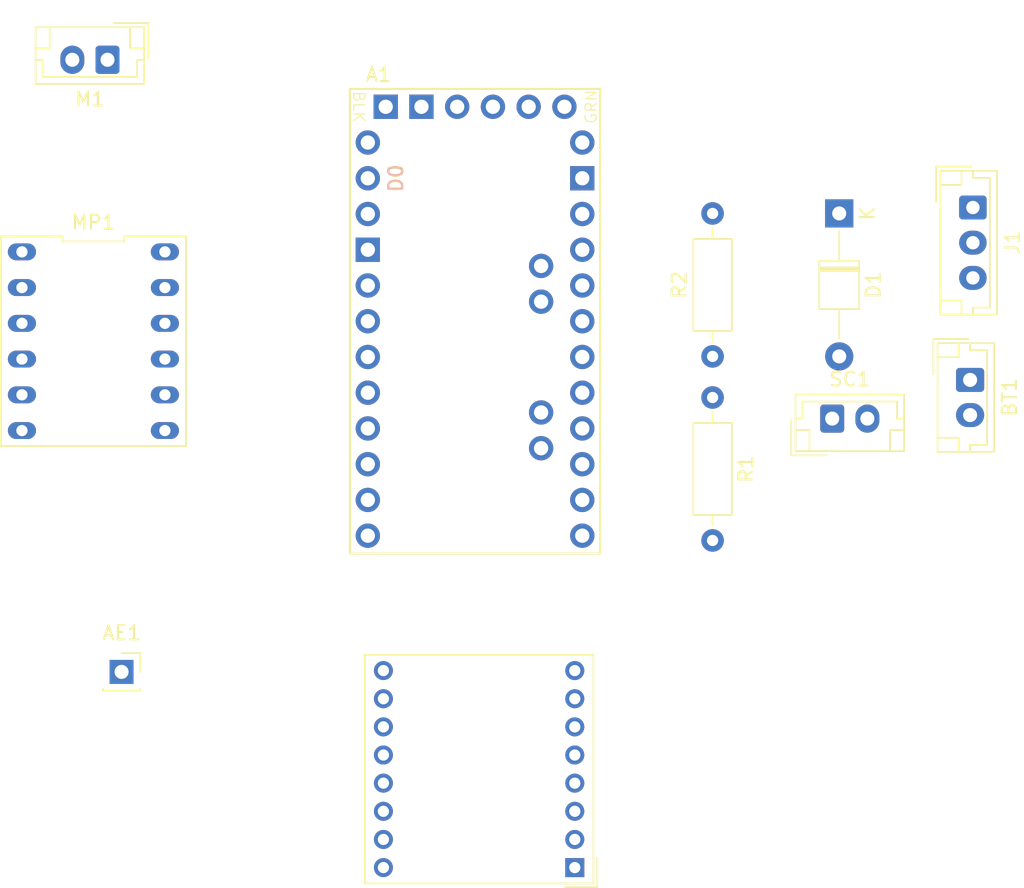
<source format=kicad_pcb>
(kicad_pcb (version 20240108) (generator "pcbnew") (generator_version "8.0")
  (layers (0 "F.Cu" signal) (31 "B.Cu" signal) (34 "B.Paste" user) (35 "F.Paste" user) (36 "B.SilkS" user "B.Silkscreen") (37 "F.SilkS" user "F.Silkscreen") (38 "B.Mask" user) (39 "F.Mask" user) (44 "Edge.Cuts" user))
  (net 0 "")
  (net 1 "Net-(D1-A)")
  (net 2 "GND")
  (net 3 "Net-(A1-PadA0)")
  (net 5 "Net-(A1-D13_SCK)")
  (net 7 "Net-(A1-D3_INT1)")
  (net 10 "Net-(A1-D10_CS)")
  (net 11 "Net-(A1-D2_INT0)")
  (net 12 "Net-(A1-D11_MOSI)")
  (net 16 "Net-(U1-RESET)")
  (net 18 "Net-(A1-D12_MISO)")
  (net 21 "Net-(MP1-IN2)")
  (net 23 "Net-(J1-Pin_2)")
  (net 25 "Net-(J1-Pin_1)")
  (net 31 "+BATT")
  (net 32 "Net-(MP1-nSLEEP_HB)")
  (net 34 "Net-(MP1-IN1)")
  (net 44 "Net-(AE1-A)")
  (net 45 "Net-(M1-+)")
  (net 46 "Net-(M1--)")
  (footprint "Connector_JST:JST_EH_B2B-EH-A_1x02_P2.50mm_Vertical" (layer "F.Cu") (at 71 56.5 180)
    (property "Reference" "M1" (at 1.25 -2.8 360) (layer "F.SilkS"))
    (property "Value" "Motor_DC")
    (pad "1" thru_hole roundrect (at 0 0 180) (size 1.7 2) (drill 1) (layers "*.Cu" "*.Mask" "In1.Cu" "In2.Cu" "In3.Cu" "In4.Cu" "In5.Cu" "In6.Cu" "In7.Cu" "In8.Cu" "In9.Cu" "In10.Cu" "In11.Cu" "In12.Cu" "In13.Cu" "In14.Cu" "In15.Cu" "In16.Cu" "In17.Cu" "In18.Cu" "In19.Cu" "In20.Cu" "In21.Cu" "In22.Cu" "In23.Cu" "In24.Cu" "In25.Cu" "In26.Cu" "In27.Cu" "In28.Cu" "In29.Cu" "In30.Cu") (roundrect_rratio 0.147059) (net 45 "Net-(M1-+)"))
    (pad "2" thru_hole oval (at 2.5 0 180) (size 1.7 2) (drill 1) (layers "*.Cu" "*.Mask" "In1.Cu" "In2.Cu" "In3.Cu" "In4.Cu" "In5.Cu" "In6.Cu" "In7.Cu" "In8.Cu" "In9.Cu" "In10.Cu" "In11.Cu" "In12.Cu" "In13.Cu" "In14.Cu" "In15.Cu" "In16.Cu" "In17.Cu" "In18.Cu" "In19.Cu" "In20.Cu" "In21.Cu" "In22.Cu" "In23.Cu" "In24.Cu" "In25.Cu" "In26.Cu" "In27.Cu" "In28.Cu" "In29.Cu" "In30.Cu") (net 46 "Net-(M1--)"))
  )
  (footprint "Resistor_THT:R_Axial_DIN0207_L6.3mm_D2.5mm_P10.16mm_Horizontal" (layer "F.Cu") (at 114 80.5 -90)
    (property "Reference" "R1" (at 5.08 -2.37 90) (layer "F.SilkS"))
    (property "Value" "R")
    (pad "1" thru_hole circle (at 0 0 270) (size 1.6 1.6) (drill 0.8) (layers "*.Cu" "*.Mask" "In1.Cu" "In2.Cu" "In3.Cu" "In4.Cu" "In5.Cu" "In6.Cu" "In7.Cu" "In8.Cu" "In9.Cu" "In10.Cu" "In11.Cu" "In12.Cu" "In13.Cu" "In14.Cu" "In15.Cu" "In16.Cu" "In17.Cu" "In18.Cu" "In19.Cu" "In20.Cu" "In21.Cu" "In22.Cu" "In23.Cu" "In24.Cu" "In25.Cu" "In26.Cu" "In27.Cu" "In28.Cu" "In29.Cu" "In30.Cu") (net 3 "Net-(A1-PadA0)"))
    (pad "2" thru_hole oval (at 10.16 0 270) (size 1.6 1.6) (drill 0.8) (layers "*.Cu" "*.Mask" "In1.Cu" "In2.Cu" "In3.Cu" "In4.Cu" "In5.Cu" "In6.Cu" "In7.Cu" "In8.Cu" "In9.Cu" "In10.Cu" "In11.Cu" "In12.Cu" "In13.Cu" "In14.Cu" "In15.Cu" "In16.Cu" "In17.Cu" "In18.Cu" "In19.Cu" "In20.Cu" "In21.Cu" "In22.Cu" "In23.Cu" "In24.Cu" "In25.Cu" "In26.Cu" "In27.Cu" "In28.Cu" "In29.Cu" "In30.Cu") (net 2 "GND"))
  )
  (footprint "PCM_arduino-library:Arduino_Pro_Mini_Socket" (layer "F.Cu") (at 97.12 75.08)
    (property "Reference" "A1" (at -6.858 -17.526 0) (layer "F.SilkS"))
    (property "Value" "Arduino_Pro_Mini_Socket")
    (fp_text user "D0" (at -5.715 -10.16 -90) (layer "B.SilkS") (effects (justify mirror)))
    (fp_text user "D0" (at -5.715 -10.16 -90) (layer "F.SilkS"))
    (fp_text user "BLK" (at -8.255 -15.24 -90) (layer "F.SilkS") (effects (font (size 0.8 0.8) (thickness 0.08))))
    (fp_text user "GRN" (at 8.255 -15.24 90) (layer "F.SilkS") (effects (font (size 0.8 0.8) (thickness 0.08))))
    (pad "A0" thru_hole circle (at 7.62 5.08) (size 1.7272 1.7272) (drill 1.016) (layers "*.Cu" "*.Mask" "In1.Cu" "In2.Cu" "In3.Cu" "In4.Cu" "In5.Cu" "In6.Cu" "In7.Cu" "In8.Cu" "In9.Cu" "In10.Cu" "In11.Cu" "In12.Cu" "In13.Cu" "In14.Cu" "In15.Cu" "In16.Cu" "In17.Cu" "In18.Cu" "In19.Cu" "In20.Cu" "In21.Cu" "In22.Cu" "In23.Cu" "In24.Cu" "In25.Cu" "In26.Cu" "In27.Cu" "In28.Cu" "In29.Cu" "In30.Cu") (net 3 "Net-(A1-PadA0)"))
    (pad "A1" thru_hole circle (at 7.62 2.54) (size 1.7272 1.7272) (drill 1.016) (layers "*.Cu" "*.Mask" "In1.Cu" "In2.Cu" "In3.Cu" "In4.Cu" "In5.Cu" "In6.Cu" "In7.Cu" "In8.Cu" "In9.Cu" "In10.Cu" "In11.Cu" "In12.Cu" "In13.Cu" "In14.Cu" "In15.Cu" "In16.Cu" "In17.Cu" "In18.Cu" "In19.Cu" "In20.Cu" "In21.Cu" "In22.Cu" "In23.Cu" "In24.Cu" "In25.Cu" "In26.Cu" "In27.Cu" "In28.Cu" "In29.Cu" "In30.Cu") (net 23 "Net-(J1-Pin_2)"))
    (pad "A2" thru_hole circle (at 7.62 0) (size 1.7272 1.7272) (drill 1.016) (layers "*.Cu" "*.Mask" "In1.Cu" "In2.Cu" "In3.Cu" "In4.Cu" "In5.Cu" "In6.Cu" "In7.Cu" "In8.Cu" "In9.Cu" "In10.Cu" "In11.Cu" "In12.Cu" "In13.Cu" "In14.Cu" "In15.Cu" "In16.Cu" "In17.Cu" "In18.Cu" "In19.Cu" "In20.Cu" "In21.Cu" "In22.Cu" "In23.Cu" "In24.Cu" "In25.Cu" "In26.Cu" "In27.Cu" "In28.Cu" "In29.Cu" "In30.Cu"))
    (pad "A3" thru_hole circle (at 7.62 -2.54) (size 1.7272 1.7272) (drill 1.016) (layers "*.Cu" "*.Mask" "In1.Cu" "In2.Cu" "In3.Cu" "In4.Cu" "In5.Cu" "In6.Cu" "In7.Cu" "In8.Cu" "In9.Cu" "In10.Cu" "In11.Cu" "In12.Cu" "In13.Cu" "In14.Cu" "In15.Cu" "In16.Cu" "In17.Cu" "In18.Cu" "In19.Cu" "In20.Cu" "In21.Cu" "In22.Cu" "In23.Cu" "In24.Cu" "In25.Cu" "In26.Cu" "In27.Cu" "In28.Cu" "In29.Cu" "In30.Cu"))
    (pad "A4" thru_hole circle (at 4.6941 -1.3894) (size 1.7272 1.7272) (drill 1.016) (layers "*.Cu" "*.Mask" "In1.Cu" "In2.Cu" "In3.Cu" "In4.Cu" "In5.Cu" "In6.Cu" "In7.Cu" "In8.Cu" "In9.Cu" "In10.Cu" "In11.Cu" "In12.Cu" "In13.Cu" "In14.Cu" "In15.Cu" "In16.Cu" "In17.Cu" "In18.Cu" "In19.Cu" "In20.Cu" "In21.Cu" "In22.Cu" "In23.Cu" "In24.Cu" "In25.Cu" "In26.Cu" "In27.Cu" "In28.Cu" "In29.Cu" "In30.Cu"))
    (pad "A5" thru_hole circle (at 4.6941 -3.9294) (size 1.7272 1.7272) (drill 1.016) (layers "*.Cu" "*.Mask" "In1.Cu" "In2.Cu" "In3.Cu" "In4.Cu" "In5.Cu" "In6.Cu" "In7.Cu" "In8.Cu" "In9.Cu" "In10.Cu" "In11.Cu" "In12.Cu" "In13.Cu" "In14.Cu" "In15.Cu" "In16.Cu" "In17.Cu" "In18.Cu" "In19.Cu" "In20.Cu" "In21.Cu" "In22.Cu" "In23.Cu" "In24.Cu" "In25.Cu" "In26.Cu" "In27.Cu" "In28.Cu" "In29.Cu" "In30.Cu"))
    (pad "A6" thru_hole circle (at 4.6941 9.0246) (size 1.7272 1.7272) (drill 1.016) (layers "*.Cu" "*.Mask" "In1.Cu" "In2.Cu" "In3.Cu" "In4.Cu" "In5.Cu" "In6.Cu" "In7.Cu" "In8.Cu" "In9.Cu" "In10.Cu" "In11.Cu" "In12.Cu" "In13.Cu" "In14.Cu" "In15.Cu" "In16.Cu" "In17.Cu" "In18.Cu" "In19.Cu" "In20.Cu" "In21.Cu" "In22.Cu" "In23.Cu" "In24.Cu" "In25.Cu" "In26.Cu" "In27.Cu" "In28.Cu" "In29.Cu" "In30.Cu"))
    (pad "A7" thru_hole circle (at 4.6941 6.484) (size 1.7272 1.7272) (drill 1.016) (layers "*.Cu" "*.Mask" "In1.Cu" "In2.Cu" "In3.Cu" "In4.Cu" "In5.Cu" "In6.Cu" "In7.Cu" "In8.Cu" "In9.Cu" "In10.Cu" "In11.Cu" "In12.Cu" "In13.Cu" "In14.Cu" "In15.Cu" "In16.Cu" "In17.Cu" "In18.Cu" "In19.Cu" "In20.Cu" "In21.Cu" "In22.Cu" "In23.Cu" "In24.Cu" "In25.Cu" "In26.Cu" "In27.Cu" "In28.Cu" "In29.Cu" "In30.Cu"))
    (pad "D0" thru_hole circle (at -7.62 -10.16) (size 1.7272 1.7272) (drill 1.016) (layers "*.Cu" "*.Mask" "In1.Cu" "In2.Cu" "In3.Cu" "In4.Cu" "In5.Cu" "In6.Cu" "In7.Cu" "In8.Cu" "In9.Cu" "In10.Cu" "In11.Cu" "In12.Cu" "In13.Cu" "In14.Cu" "In15.Cu" "In16.Cu" "In17.Cu" "In18.Cu" "In19.Cu" "In20.Cu" "In21.Cu" "In22.Cu" "In23.Cu" "In24.Cu" "In25.Cu" "In26.Cu" "In27.Cu" "In28.Cu" "In29.Cu" "In30.Cu"))
    (pad "D1" thru_hole circle (at -7.62 -12.7) (size 1.7272 1.7272) (drill 1.016) (layers "*.Cu" "*.Mask" "In1.Cu" "In2.Cu" "In3.Cu" "In4.Cu" "In5.Cu" "In6.Cu" "In7.Cu" "In8.Cu" "In9.Cu" "In10.Cu" "In11.Cu" "In12.Cu" "In13.Cu" "In14.Cu" "In15.Cu" "In16.Cu" "In17.Cu" "In18.Cu" "In19.Cu" "In20.Cu" "In21.Cu" "In22.Cu" "In23.Cu" "In24.Cu" "In25.Cu" "In26.Cu" "In27.Cu" "In28.Cu" "In29.Cu" "In30.Cu"))
    (pad "D2" thru_hole circle (at -7.62 -2.54) (size 1.7272 1.7272) (drill 1.016) (layers "*.Cu" "*.Mask" "In1.Cu" "In2.Cu" "In3.Cu" "In4.Cu" "In5.Cu" "In6.Cu" "In7.Cu" "In8.Cu" "In9.Cu" "In10.Cu" "In11.Cu" "In12.Cu" "In13.Cu" "In14.Cu" "In15.Cu" "In16.Cu" "In17.Cu" "In18.Cu" "In19.Cu" "In20.Cu" "In21.Cu" "In22.Cu" "In23.Cu" "In24.Cu" "In25.Cu" "In26.Cu" "In27.Cu" "In28.Cu" "In29.Cu" "In30.Cu") (net 11 "Net-(A1-D2_INT0)"))
    (pad "D3" thru_hole circle (at -7.62 0) (size 1.7272 1.7272) (drill 1.016) (layers "*.Cu" "*.Mask" "In1.Cu" "In2.Cu" "In3.Cu" "In4.Cu" "In5.Cu" "In6.Cu" "In7.Cu" "In8.Cu" "In9.Cu" "In10.Cu" "In11.Cu" "In12.Cu" "In13.Cu" "In14.Cu" "In15.Cu" "In16.Cu" "In17.Cu" "In18.Cu" "In19.Cu" "In20.Cu" "In21.Cu" "In22.Cu" "In23.Cu" "In24.Cu" "In25.Cu" "In26.Cu" "In27.Cu" "In28.Cu" "In29.Cu" "In30.Cu") (net 7 "Net-(A1-D3_INT1)"))
    (pad "D4" thru_hole circle (at -7.62 2.54) (size 1.7272 1.7272) (drill 1.016) (layers "*.Cu" "*.Mask" "In1.Cu" "In2.Cu" "In3.Cu" "In4.Cu" "In5.Cu" "In6.Cu" "In7.Cu" "In8.Cu" "In9.Cu" "In10.Cu" "In11.Cu" "In12.Cu" "In13.Cu" "In14.Cu" "In15.Cu" "In16.Cu" "In17.Cu" "In18.Cu" "In19.Cu" "In20.Cu" "In21.Cu" "In22.Cu" "In23.Cu" "In24.Cu" "In25.Cu" "In26.Cu" "In27.Cu" "In28.Cu" "In29.Cu" "In30.Cu") (net 32 "Net-(MP1-nSLEEP_HB)"))
    (pad "D5" thru_hole circle (at -7.62 5.08) (size 1.7272 1.7272) (drill 1.016) (layers "*.Cu" "*.Mask" "In1.Cu" "In2.Cu" "In3.Cu" "In4.Cu" "In5.Cu" "In6.Cu" "In7.Cu" "In8.Cu" "In9.Cu" "In10.Cu" "In11.Cu" "In12.Cu" "In13.Cu" "In14.Cu" "In15.Cu" "In16.Cu" "In17.Cu" "In18.Cu" "In19.Cu" "In20.Cu" "In21.Cu" "In22.Cu" "In23.Cu" "In24.Cu" "In25.Cu" "In26.Cu" "In27.Cu" "In28.Cu" "In29.Cu" "In30.Cu") (net 34 "Net-(MP1-IN1)"))
    (pad "D6" thru_hole circle (at -7.62 7.62) (size 1.7272 1.7272) (drill 1.016) (layers "*.Cu" "*.Mask" "In1.Cu" "In2.Cu" "In3.Cu" "In4.Cu" "In5.Cu" "In6.Cu" "In7.Cu" "In8.Cu" "In9.Cu" "In10.Cu" "In11.Cu" "In12.Cu" "In13.Cu" "In14.Cu" "In15.Cu" "In16.Cu" "In17.Cu" "In18.Cu" "In19.Cu" "In20.Cu" "In21.Cu" "In22.Cu" "In23.Cu" "In24.Cu" "In25.Cu" "In26.Cu" "In27.Cu" "In28.Cu" "In29.Cu" "In30.Cu") (net 21 "Net-(MP1-IN2)"))
    (pad "D7" thru_hole circle (at -7.62 10.16) (size 1.7272 1.7272) (drill 1.016) (layers "*.Cu" "*.Mask" "In1.Cu" "In2.Cu" "In3.Cu" "In4.Cu" "In5.Cu" "In6.Cu" "In7.Cu" "In8.Cu" "In9.Cu" "In10.Cu" "In11.Cu" "In12.Cu" "In13.Cu" "In14.Cu" "In15.Cu" "In16.Cu" "In17.Cu" "In18.Cu" "In19.Cu" "In20.Cu" "In21.Cu" "In22.Cu" "In23.Cu" "In24.Cu" "In25.Cu" "In26.Cu" "In27.Cu" "In28.Cu" "In29.Cu" "In30.Cu"))
    (pad "D8" thru_hole circle (at -7.62 12.7) (size 1.7272 1.7272) (drill 1.016) (layers "*.Cu" "*.Mask" "In1.Cu" "In2.Cu" "In3.Cu" "In4.Cu" "In5.Cu" "In6.Cu" "In7.Cu" "In8.Cu" "In9.Cu" "In10.Cu" "In11.Cu" "In12.Cu" "In13.Cu" "In14.Cu" "In15.Cu" "In16.Cu" "In17.Cu" "In18.Cu" "In19.Cu" "In20.Cu" "In21.Cu" "In22.Cu" "In23.Cu" "In24.Cu" "In25.Cu" "In26.Cu" "In27.Cu" "In28.Cu" "In29.Cu" "In30.Cu"))
    (pad "D9" thru_hole circle (at -7.62 15.24) (size 1.7272 1.7272) (drill 1.016) (layers "*.Cu" "*.Mask" "In1.Cu" "In2.Cu" "In3.Cu" "In4.Cu" "In5.Cu" "In6.Cu" "In7.Cu" "In8.Cu" "In9.Cu" "In10.Cu" "In11.Cu" "In12.Cu" "In13.Cu" "In14.Cu" "In15.Cu" "In16.Cu" "In17.Cu" "In18.Cu" "In19.Cu" "In20.Cu" "In21.Cu" "In22.Cu" "In23.Cu" "In24.Cu" "In25.Cu" "In26.Cu" "In27.Cu" "In28.Cu" "In29.Cu" "In30.Cu") (net 16 "Net-(U1-RESET)"))
    (pad "D10" thru_hole circle (at 7.62 15.24) (size 1.7272 1.7272) (drill 1.016) (layers "*.Cu" "*.Mask" "In1.Cu" "In2.Cu" "In3.Cu" "In4.Cu" "In5.Cu" "In6.Cu" "In7.Cu" "In8.Cu" "In9.Cu" "In10.Cu" "In11.Cu" "In12.Cu" "In13.Cu" "In14.Cu" "In15.Cu" "In16.Cu" "In17.Cu" "In18.Cu" "In19.Cu" "In20.Cu" "In21.Cu" "In22.Cu" "In23.Cu" "In24.Cu" "In25.Cu" "In26.Cu" "In27.Cu" "In28.Cu" "In29.Cu" "In30.Cu") (net 10 "Net-(A1-D10_CS)"))
    (pad "D11" thru_hole circle (at 7.62 12.7) (size 1.7272 1.7272) (drill 1.016) (layers "*.Cu" "*.Mask" "In1.Cu" "In2.Cu" "In3.Cu" "In4.Cu" "In5.Cu" "In6.Cu" "In7.Cu" "In8.Cu" "In9.Cu" "In10.Cu" "In11.Cu" "In12.Cu" "In13.Cu" "In14.Cu" "In15.Cu" "In16.Cu" "In17.Cu" "In18.Cu" "In19.Cu" "In20.Cu" "In21.Cu" "In22.Cu" "In23.Cu" "In24.Cu" "In25.Cu" "In26.Cu" "In27.Cu" "In28.Cu" "In29.Cu" "In30.Cu") (net 12 "Net-(A1-D11_MOSI)"))
    (pad "D12" thru_hole circle (at 7.62 10.16) (size 1.7272 1.7272) (drill 1.016) (layers "*.Cu" "*.Mask" "In1.Cu" "In2.Cu" "In3.Cu" "In4.Cu" "In5.Cu" "In6.Cu" "In7.Cu" "In8.Cu" "In9.Cu" "In10.Cu" "In11.Cu" "In12.Cu" "In13.Cu" "In14.Cu" "In15.Cu" "In16.Cu" "In17.Cu" "In18.Cu" "In19.Cu" "In20.Cu" "In21.Cu" "In22.Cu" "In23.Cu" "In24.Cu" "In25.Cu" "In26.Cu" "In27.Cu" "In28.Cu" "In29.Cu" "In30.Cu") (net 18 "Net-(A1-D12_MISO)"))
    (pad "D13" thru_hole circle (at 7.62 7.62) (size 1.7272 1.7272) (drill 1.016) (layers "*.Cu" "*.Mask" "In1.Cu" "In2.Cu" "In3.Cu" "In4.Cu" "In5.Cu" "In6.Cu" "In7.Cu" "In8.Cu" "In9.Cu" "In10.Cu" "In11.Cu" "In12.Cu" "In13.Cu" "In14.Cu" "In15.Cu" "In16.Cu" "In17.Cu" "In18.Cu" "In19.Cu" "In20.Cu" "In21.Cu" "In22.Cu" "In23.Cu" "In24.Cu" "In25.Cu" "In26.Cu" "In27.Cu" "In28.Cu" "In29.Cu" "In30.Cu") (net 5 "Net-(A1-D13_SCK)"))
    (pad "DTR" thru_hole circle (at 6.35 -15.24) (size 1.7272 1.7272) (drill 1.016) (layers "*.Cu" "*.Mask" "In1.Cu" "In2.Cu" "In3.Cu" "In4.Cu" "In5.Cu" "In6.Cu" "In7.Cu" "In8.Cu" "In9.Cu" "In10.Cu" "In11.Cu" "In12.Cu" "In13.Cu" "In14.Cu" "In15.Cu" "In16.Cu" "In17.Cu" "In18.Cu" "In19.Cu" "In20.Cu" "In21.Cu" "In22.Cu" "In23.Cu" "In24.Cu" "In25.Cu" "In26.Cu" "In27.Cu" "In28.Cu" "In29.Cu" "In30.Cu"))
    (pad "GND1" thru_hole rect (at -7.62 -5.08) (size 1.7272 1.7272) (drill 1.016) (layers "*.Cu" "*.Mask" "In1.Cu" "In2.Cu" "In3.Cu" "In4.Cu" "In5.Cu" "In6.Cu" "In7.Cu" "In8.Cu" "In9.Cu" "In10.Cu" "In11.Cu" "In12.Cu" "In13.Cu" "In14.Cu" "In15.Cu" "In16.Cu" "In17.Cu" "In18.Cu" "In19.Cu" "In20.Cu" "In21.Cu" "In22.Cu" "In23.Cu" "In24.Cu" "In25.Cu" "In26.Cu" "In27.Cu" "In28.Cu" "In29.Cu" "In30.Cu") (net 2 "GND"))
    (pad "GND2" thru_hole rect (at 7.62 -10.16) (size 1.7272 1.7272) (drill 1.016) (layers "*.Cu" "*.Mask" "In1.Cu" "In2.Cu" "In3.Cu" "In4.Cu" "In5.Cu" "In6.Cu" "In7.Cu" "In8.Cu" "In9.Cu" "In10.Cu" "In11.Cu" "In12.Cu" "In13.Cu" "In14.Cu" "In15.Cu" "In16.Cu" "In17.Cu" "In18.Cu" "In19.Cu" "In20.Cu" "In21.Cu" "In22.Cu" "In23.Cu" "In24.Cu" "In25.Cu" "In26.Cu" "In27.Cu" "In28.Cu" "In29.Cu" "In30.Cu"))
    (pad "GND4" thru_hole rect (at -3.81 -15.24) (size 1.7272 1.7272) (drill 1.016) (layers "*.Cu" "*.Mask" "In1.Cu" "In2.Cu" "In3.Cu" "In4.Cu" "In5.Cu" "In6.Cu" "In7.Cu" "In8.Cu" "In9.Cu" "In10.Cu" "In11.Cu" "In12.Cu" "In13.Cu" "In14.Cu" "In15.Cu" "In16.Cu" "In17.Cu" "In18.Cu" "In19.Cu" "In20.Cu" "In21.Cu" "In22.Cu" "In23.Cu" "In24.Cu" "In25.Cu" "In26.Cu" "In27.Cu" "In28.Cu" "In29.Cu" "In30.Cu"))
    (pad "GND5" thru_hole rect (at -6.35 -15.24) (size 1.7272 1.7272) (drill 1.016) (layers "*.Cu" "*.Mask" "In1.Cu" "In2.Cu" "In3.Cu" "In4.Cu" "In5.Cu" "In6.Cu" "In7.Cu" "In8.Cu" "In9.Cu" "In10.Cu" "In11.Cu" "In12.Cu" "In13.Cu" "In14.Cu" "In15.Cu" "In16.Cu" "In17.Cu" "In18.Cu" "In19.Cu" "In20.Cu" "In21.Cu" "In22.Cu" "In23.Cu" "In24.Cu" "In25.Cu" "In26.Cu" "In27.Cu" "In28.Cu" "In29.Cu" "In30.Cu"))
    (pad "RAW" thru_hole circle (at 7.62 -12.7) (size 1.7272 1.7272) (drill 1.016) (layers "*.Cu" "*.Mask" "In1.Cu" "In2.Cu" "In3.Cu" "In4.Cu" "In5.Cu" "In6.Cu" "In7.Cu" "In8.Cu" "In9.Cu" "In10.Cu" "In11.Cu" "In12.Cu" "In13.Cu" "In14.Cu" "In15.Cu" "In16.Cu" "In17.Cu" "In18.Cu" "In19.Cu" "In20.Cu" "In21.Cu" "In22.Cu" "In23.Cu" "In24.Cu" "In25.Cu" "In26.Cu" "In27.Cu" "In28.Cu" "In29.Cu" "In30.Cu") (net 31 "+BATT"))
    (pad "RST1" thru_hole circle (at -7.62 -7.62) (size 1.7272 1.7272) (drill 1.016) (layers "*.Cu" "*.Mask" "In1.Cu" "In2.Cu" "In3.Cu" "In4.Cu" "In5.Cu" "In6.Cu" "In7.Cu" "In8.Cu" "In9.Cu" "In10.Cu" "In11.Cu" "In12.Cu" "In13.Cu" "In14.Cu" "In15.Cu" "In16.Cu" "In17.Cu" "In18.Cu" "In19.Cu" "In20.Cu" "In21.Cu" "In22.Cu" "In23.Cu" "In24.Cu" "In25.Cu" "In26.Cu" "In27.Cu" "In28.Cu" "In29.Cu" "In30.Cu"))
    (pad "RST2" thru_hole circle (at 7.62 -7.62) (size 1.7272 1.7272) (drill 1.016) (layers "*.Cu" "*.Mask" "In1.Cu" "In2.Cu" "In3.Cu" "In4.Cu" "In5.Cu" "In6.Cu" "In7.Cu" "In8.Cu" "In9.Cu" "In10.Cu" "In11.Cu" "In12.Cu" "In13.Cu" "In14.Cu" "In15.Cu" "In16.Cu" "In17.Cu" "In18.Cu" "In19.Cu" "In20.Cu" "In21.Cu" "In22.Cu" "In23.Cu" "In24.Cu" "In25.Cu" "In26.Cu" "In27.Cu" "In28.Cu" "In29.Cu" "In30.Cu"))
    (pad "RXI" thru_hole circle (at 1.27 -15.24) (size 1.7272 1.7272) (drill 1.016) (layers "*.Cu" "*.Mask" "In1.Cu" "In2.Cu" "In3.Cu" "In4.Cu" "In5.Cu" "In6.Cu" "In7.Cu" "In8.Cu" "In9.Cu" "In10.Cu" "In11.Cu" "In12.Cu" "In13.Cu" "In14.Cu" "In15.Cu" "In16.Cu" "In17.Cu" "In18.Cu" "In19.Cu" "In20.Cu" "In21.Cu" "In22.Cu" "In23.Cu" "In24.Cu" "In25.Cu" "In26.Cu" "In27.Cu" "In28.Cu" "In29.Cu" "In30.Cu"))
    (pad "TXO" thru_hole circle (at 3.81 -15.24) (size 1.7272 1.7272) (drill 1.016) (layers "*.Cu" "*.Mask" "In1.Cu" "In2.Cu" "In3.Cu" "In4.Cu" "In5.Cu" "In6.Cu" "In7.Cu" "In8.Cu" "In9.Cu" "In10.Cu" "In11.Cu" "In12.Cu" "In13.Cu" "In14.Cu" "In15.Cu" "In16.Cu" "In17.Cu" "In18.Cu" "In19.Cu" "In20.Cu" "In21.Cu" "In22.Cu" "In23.Cu" "In24.Cu" "In25.Cu" "In26.Cu" "In27.Cu" "In28.Cu" "In29.Cu" "In30.Cu"))
    (pad "Vcc1" thru_hole circle (at 7.62 -5.08) (size 1.7272 1.7272) (drill 1.016) (layers "*.Cu" "*.Mask" "In1.Cu" "In2.Cu" "In3.Cu" "In4.Cu" "In5.Cu" "In6.Cu" "In7.Cu" "In8.Cu" "In9.Cu" "In10.Cu" "In11.Cu" "In12.Cu" "In13.Cu" "In14.Cu" "In15.Cu" "In16.Cu" "In17.Cu" "In18.Cu" "In19.Cu" "In20.Cu" "In21.Cu" "In22.Cu" "In23.Cu" "In24.Cu" "In25.Cu" "In26.Cu" "In27.Cu" "In28.Cu" "In29.Cu" "In30.Cu") (net 25 "Net-(J1-Pin_1)"))
    (pad "Vcc2" thru_hole circle (at -1.27 -15.24) (size 1.7272 1.7272) (drill 1.016) (layers "*.Cu" "*.Mask" "In1.Cu" "In2.Cu" "In3.Cu" "In4.Cu" "In5.Cu" "In6.Cu" "In7.Cu" "In8.Cu" "In9.Cu" "In10.Cu" "In11.Cu" "In12.Cu" "In13.Cu" "In14.Cu" "In15.Cu" "In16.Cu" "In17.Cu" "In18.Cu" "In19.Cu" "In20.Cu" "In21.Cu" "In22.Cu" "In23.Cu" "In24.Cu" "In25.Cu" "In26.Cu" "In27.Cu" "In28.Cu" "In29.Cu" "In30.Cu"))
  )
  (footprint "Connector_JST:JST_EH_B3B-EH-A_1x03_P2.50mm_Vertical" (layer "F.Cu") (at 132.5 67 -90)
    (property "Reference" "J1" (at 2.5 -2.8 90) (layer "F.SilkS"))
    (property "Value" "Moisture sensor")
    (pad "1" thru_hole roundrect (at 0 0 270) (size 1.7 1.95) (drill 0.95) (layers "*.Cu" "*.Mask" "In1.Cu" "In2.Cu" "In3.Cu" "In4.Cu" "In5.Cu" "In6.Cu" "In7.Cu" "In8.Cu" "In9.Cu" "In10.Cu" "In11.Cu" "In12.Cu" "In13.Cu" "In14.Cu" "In15.Cu" "In16.Cu" "In17.Cu" "In18.Cu" "In19.Cu" "In20.Cu" "In21.Cu" "In22.Cu" "In23.Cu" "In24.Cu" "In25.Cu" "In26.Cu" "In27.Cu" "In28.Cu" "In29.Cu" "In30.Cu") (roundrect_rratio 0.147059) (net 25 "Net-(J1-Pin_1)"))
    (pad "2" thru_hole oval (at 2.5 0 270) (size 1.7 1.95) (drill 0.95) (layers "*.Cu" "*.Mask" "In1.Cu" "In2.Cu" "In3.Cu" "In4.Cu" "In5.Cu" "In6.Cu" "In7.Cu" "In8.Cu" "In9.Cu" "In10.Cu" "In11.Cu" "In12.Cu" "In13.Cu" "In14.Cu" "In15.Cu" "In16.Cu" "In17.Cu" "In18.Cu" "In19.Cu" "In20.Cu" "In21.Cu" "In22.Cu" "In23.Cu" "In24.Cu" "In25.Cu" "In26.Cu" "In27.Cu" "In28.Cu" "In29.Cu" "In30.Cu") (net 23 "Net-(J1-Pin_2)"))
    (pad "3" thru_hole oval (at 5 0 270) (size 1.7 1.95) (drill 0.95) (layers "*.Cu" "*.Mask" "In1.Cu" "In2.Cu" "In3.Cu" "In4.Cu" "In5.Cu" "In6.Cu" "In7.Cu" "In8.Cu" "In9.Cu" "In10.Cu" "In11.Cu" "In12.Cu" "In13.Cu" "In14.Cu" "In15.Cu" "In16.Cu" "In17.Cu" "In18.Cu" "In19.Cu" "In20.Cu" "In21.Cu" "In22.Cu" "In23.Cu" "In24.Cu" "In25.Cu" "In26.Cu" "In27.Cu" "In28.Cu" "In29.Cu" "In30.Cu") (net 2 "GND"))
  )
  (footprint "Resistor_THT:R_Axial_DIN0207_L6.3mm_D2.5mm_P10.16mm_Horizontal" (layer "F.Cu") (at 114 77.58 90)
    (property "Reference" "R2" (at 5.08 -2.37 90) (layer "F.SilkS"))
    (property "Value" "R")
    (pad "1" thru_hole circle (at 0 0 90) (size 1.6 1.6) (drill 0.8) (layers "*.Cu" "*.Mask" "In1.Cu" "In2.Cu" "In3.Cu" "In4.Cu" "In5.Cu" "In6.Cu" "In7.Cu" "In8.Cu" "In9.Cu" "In10.Cu" "In11.Cu" "In12.Cu" "In13.Cu" "In14.Cu" "In15.Cu" "In16.Cu" "In17.Cu" "In18.Cu" "In19.Cu" "In20.Cu" "In21.Cu" "In22.Cu" "In23.Cu" "In24.Cu" "In25.Cu" "In26.Cu" "In27.Cu" "In28.Cu" "In29.Cu" "In30.Cu") (net 3 "Net-(A1-PadA0)"))
    (pad "2" thru_hole oval (at 10.16 0 90) (size 1.6 1.6) (drill 0.8) (layers "*.Cu" "*.Mask" "In1.Cu" "In2.Cu" "In3.Cu" "In4.Cu" "In5.Cu" "In6.Cu" "In7.Cu" "In8.Cu" "In9.Cu" "In10.Cu" "In11.Cu" "In12.Cu" "In13.Cu" "In14.Cu" "In15.Cu" "In16.Cu" "In17.Cu" "In18.Cu" "In19.Cu" "In20.Cu" "In21.Cu" "In22.Cu" "In23.Cu" "In24.Cu" "In25.Cu" "In26.Cu" "In27.Cu" "In28.Cu" "In29.Cu" "In30.Cu") (net 31 "+BATT"))
  )
  (footprint "Connector_JST:JST_EH_B2B-EH-A_1x02_P2.50mm_Vertical" (layer "F.Cu") (at 122.5 82)
    (property "Reference" "SC1" (at 1.25 -2.8 0) (layer "F.SilkS"))
    (property "Value" "Solar_Cell")
    (pad "1" thru_hole roundrect (at 0 0) (size 1.7 2) (drill 1) (layers "*.Cu" "*.Mask" "In1.Cu" "In2.Cu" "In3.Cu" "In4.Cu" "In5.Cu" "In6.Cu" "In7.Cu" "In8.Cu" "In9.Cu" "In10.Cu" "In11.Cu" "In12.Cu" "In13.Cu" "In14.Cu" "In15.Cu" "In16.Cu" "In17.Cu" "In18.Cu" "In19.Cu" "In20.Cu" "In21.Cu" "In22.Cu" "In23.Cu" "In24.Cu" "In25.Cu" "In26.Cu" "In27.Cu" "In28.Cu" "In29.Cu" "In30.Cu") (roundrect_rratio 0.147059) (net 1 "Net-(D1-A)"))
    (pad "2" thru_hole oval (at 2.5 0) (size 1.7 2) (drill 1) (layers "*.Cu" "*.Mask" "In1.Cu" "In2.Cu" "In3.Cu" "In4.Cu" "In5.Cu" "In6.Cu" "In7.Cu" "In8.Cu" "In9.Cu" "In10.Cu" "In11.Cu" "In12.Cu" "In13.Cu" "In14.Cu" "In15.Cu" "In16.Cu" "In17.Cu" "In18.Cu" "In19.Cu" "In20.Cu" "In21.Cu" "In22.Cu" "In23.Cu" "In24.Cu" "In25.Cu" "In26.Cu" "In27.Cu" "In28.Cu" "In29.Cu" "In30.Cu") (net 2 "GND"))
  )
  (footprint "RF_Module:HOPERF_RFM9XW_THT" (layer "F.Cu") (at 104.2075 113.9075 180)
    (property "Reference" "U1" (hide yes))
    (property "Value" "RFM95W-868S2")
    (pad "1" thru_hole rect (at 0 0 180) (size 1.35 1.35) (drill 0.8) (layers "*.Cu" "*.Mask" "In1.Cu" "In2.Cu" "In3.Cu" "In4.Cu" "In5.Cu" "In6.Cu" "In7.Cu" "In8.Cu" "In9.Cu" "In10.Cu" "In11.Cu" "In12.Cu" "In13.Cu" "In14.Cu" "In15.Cu" "In16.Cu" "In17.Cu" "In18.Cu" "In19.Cu" "In20.Cu" "In21.Cu" "In22.Cu" "In23.Cu" "In24.Cu" "In25.Cu" "In26.Cu" "In27.Cu" "In28.Cu" "In29.Cu" "In30.Cu"))
    (pad "2" thru_hole circle (at 0 2 180) (size 1.35 1.35) (drill 0.8) (layers "*.Cu" "*.Mask" "In1.Cu" "In2.Cu" "In3.Cu" "In4.Cu" "In5.Cu" "In6.Cu" "In7.Cu" "In8.Cu" "In9.Cu" "In10.Cu" "In11.Cu" "In12.Cu" "In13.Cu" "In14.Cu" "In15.Cu" "In16.Cu" "In17.Cu" "In18.Cu" "In19.Cu" "In20.Cu" "In21.Cu" "In22.Cu" "In23.Cu" "In24.Cu" "In25.Cu" "In26.Cu" "In27.Cu" "In28.Cu" "In29.Cu" "In30.Cu") (net 18 "Net-(A1-D12_MISO)"))
    (pad "3" thru_hole circle (at 0 4 180) (size 1.35 1.35) (drill 0.8) (layers "*.Cu" "*.Mask" "In1.Cu" "In2.Cu" "In3.Cu" "In4.Cu" "In5.Cu" "In6.Cu" "In7.Cu" "In8.Cu" "In9.Cu" "In10.Cu" "In11.Cu" "In12.Cu" "In13.Cu" "In14.Cu" "In15.Cu" "In16.Cu" "In17.Cu" "In18.Cu" "In19.Cu" "In20.Cu" "In21.Cu" "In22.Cu" "In23.Cu" "In24.Cu" "In25.Cu" "In26.Cu" "In27.Cu" "In28.Cu" "In29.Cu" "In30.Cu") (net 12 "Net-(A1-D11_MOSI)"))
    (pad "4" thru_hole circle (at 0 6 180) (size 1.35 1.35) (drill 0.8) (layers "*.Cu" "*.Mask" "In1.Cu" "In2.Cu" "In3.Cu" "In4.Cu" "In5.Cu" "In6.Cu" "In7.Cu" "In8.Cu" "In9.Cu" "In10.Cu" "In11.Cu" "In12.Cu" "In13.Cu" "In14.Cu" "In15.Cu" "In16.Cu" "In17.Cu" "In18.Cu" "In19.Cu" "In20.Cu" "In21.Cu" "In22.Cu" "In23.Cu" "In24.Cu" "In25.Cu" "In26.Cu" "In27.Cu" "In28.Cu" "In29.Cu" "In30.Cu") (net 5 "Net-(A1-D13_SCK)"))
    (pad "5" thru_hole circle (at 0 8 180) (size 1.35 1.35) (drill 0.8) (layers "*.Cu" "*.Mask" "In1.Cu" "In2.Cu" "In3.Cu" "In4.Cu" "In5.Cu" "In6.Cu" "In7.Cu" "In8.Cu" "In9.Cu" "In10.Cu" "In11.Cu" "In12.Cu" "In13.Cu" "In14.Cu" "In15.Cu" "In16.Cu" "In17.Cu" "In18.Cu" "In19.Cu" "In20.Cu" "In21.Cu" "In22.Cu" "In23.Cu" "In24.Cu" "In25.Cu" "In26.Cu" "In27.Cu" "In28.Cu" "In29.Cu" "In30.Cu") (net 10 "Net-(A1-D10_CS)"))
    (pad "6" thru_hole circle (at 0 10 180) (size 1.35 1.35) (drill 0.8) (layers "*.Cu" "*.Mask" "In1.Cu" "In2.Cu" "In3.Cu" "In4.Cu" "In5.Cu" "In6.Cu" "In7.Cu" "In8.Cu" "In9.Cu" "In10.Cu" "In11.Cu" "In12.Cu" "In13.Cu" "In14.Cu" "In15.Cu" "In16.Cu" "In17.Cu" "In18.Cu" "In19.Cu" "In20.Cu" "In21.Cu" "In22.Cu" "In23.Cu" "In24.Cu" "In25.Cu" "In26.Cu" "In27.Cu" "In28.Cu" "In29.Cu" "In30.Cu") (net 16 "Net-(U1-RESET)"))
    (pad "7" thru_hole circle (at 0 12 180) (size 1.35 1.35) (drill 0.8) (layers "*.Cu" "*.Mask" "In1.Cu" "In2.Cu" "In3.Cu" "In4.Cu" "In5.Cu" "In6.Cu" "In7.Cu" "In8.Cu" "In9.Cu" "In10.Cu" "In11.Cu" "In12.Cu" "In13.Cu" "In14.Cu" "In15.Cu" "In16.Cu" "In17.Cu" "In18.Cu" "In19.Cu" "In20.Cu" "In21.Cu" "In22.Cu" "In23.Cu" "In24.Cu" "In25.Cu" "In26.Cu" "In27.Cu" "In28.Cu" "In29.Cu" "In30.Cu"))
    (pad "8" thru_hole circle (at 0 14 180) (size 1.35 1.35) (drill 0.8) (layers "*.Cu" "*.Mask" "In1.Cu" "In2.Cu" "In3.Cu" "In4.Cu" "In5.Cu" "In6.Cu" "In7.Cu" "In8.Cu" "In9.Cu" "In10.Cu" "In11.Cu" "In12.Cu" "In13.Cu" "In14.Cu" "In15.Cu" "In16.Cu" "In17.Cu" "In18.Cu" "In19.Cu" "In20.Cu" "In21.Cu" "In22.Cu" "In23.Cu" "In24.Cu" "In25.Cu" "In26.Cu" "In27.Cu" "In28.Cu" "In29.Cu" "In30.Cu"))
    (pad "9" thru_hole circle (at 13.6 14 180) (size 1.35 1.35) (drill 0.8) (layers "*.Cu" "*.Mask" "In1.Cu" "In2.Cu" "In3.Cu" "In4.Cu" "In5.Cu" "In6.Cu" "In7.Cu" "In8.Cu" "In9.Cu" "In10.Cu" "In11.Cu" "In12.Cu" "In13.Cu" "In14.Cu" "In15.Cu" "In16.Cu" "In17.Cu" "In18.Cu" "In19.Cu" "In20.Cu" "In21.Cu" "In22.Cu" "In23.Cu" "In24.Cu" "In25.Cu" "In26.Cu" "In27.Cu" "In28.Cu" "In29.Cu" "In30.Cu") (net 44 "Net-(AE1-A)"))
    (pad "10" thru_hole circle (at 13.6 12 180) (size 1.35 1.35) (drill 0.8) (layers "*.Cu" "*.Mask" "In1.Cu" "In2.Cu" "In3.Cu" "In4.Cu" "In5.Cu" "In6.Cu" "In7.Cu" "In8.Cu" "In9.Cu" "In10.Cu" "In11.Cu" "In12.Cu" "In13.Cu" "In14.Cu" "In15.Cu" "In16.Cu" "In17.Cu" "In18.Cu" "In19.Cu" "In20.Cu" "In21.Cu" "In22.Cu" "In23.Cu" "In24.Cu" "In25.Cu" "In26.Cu" "In27.Cu" "In28.Cu" "In29.Cu" "In30.Cu"))
    (pad "11" thru_hole circle (at 13.6 10 180) (size 1.35 1.35) (drill 0.8) (layers "*.Cu" "*.Mask" "In1.Cu" "In2.Cu" "In3.Cu" "In4.Cu" "In5.Cu" "In6.Cu" "In7.Cu" "In8.Cu" "In9.Cu" "In10.Cu" "In11.Cu" "In12.Cu" "In13.Cu" "In14.Cu" "In15.Cu" "In16.Cu" "In17.Cu" "In18.Cu" "In19.Cu" "In20.Cu" "In21.Cu" "In22.Cu" "In23.Cu" "In24.Cu" "In25.Cu" "In26.Cu" "In27.Cu" "In28.Cu" "In29.Cu" "In30.Cu"))
    (pad "12" thru_hole circle (at 13.6 8 180) (size 1.35 1.35) (drill 0.8) (layers "*.Cu" "*.Mask" "In1.Cu" "In2.Cu" "In3.Cu" "In4.Cu" "In5.Cu" "In6.Cu" "In7.Cu" "In8.Cu" "In9.Cu" "In10.Cu" "In11.Cu" "In12.Cu" "In13.Cu" "In14.Cu" "In15.Cu" "In16.Cu" "In17.Cu" "In18.Cu" "In19.Cu" "In20.Cu" "In21.Cu" "In22.Cu" "In23.Cu" "In24.Cu" "In25.Cu" "In26.Cu" "In27.Cu" "In28.Cu" "In29.Cu" "In30.Cu"))
    (pad "13" thru_hole circle (at 13.6 6 180) (size 1.35 1.35) (drill 0.8) (layers "*.Cu" "*.Mask" "In1.Cu" "In2.Cu" "In3.Cu" "In4.Cu" "In5.Cu" "In6.Cu" "In7.Cu" "In8.Cu" "In9.Cu" "In10.Cu" "In11.Cu" "In12.Cu" "In13.Cu" "In14.Cu" "In15.Cu" "In16.Cu" "In17.Cu" "In18.Cu" "In19.Cu" "In20.Cu" "In21.Cu" "In22.Cu" "In23.Cu" "In24.Cu" "In25.Cu" "In26.Cu" "In27.Cu" "In28.Cu" "In29.Cu" "In30.Cu"))
    (pad "14" thru_hole circle (at 13.6 4 180) (size 1.35 1.35) (drill 0.8) (layers "*.Cu" "*.Mask" "In1.Cu" "In2.Cu" "In3.Cu" "In4.Cu" "In5.Cu" "In6.Cu" "In7.Cu" "In8.Cu" "In9.Cu" "In10.Cu" "In11.Cu" "In12.Cu" "In13.Cu" "In14.Cu" "In15.Cu" "In16.Cu" "In17.Cu" "In18.Cu" "In19.Cu" "In20.Cu" "In21.Cu" "In22.Cu" "In23.Cu" "In24.Cu" "In25.Cu" "In26.Cu" "In27.Cu" "In28.Cu" "In29.Cu" "In30.Cu") (net 11 "Net-(A1-D2_INT0)"))
    (pad "15" thru_hole circle (at 13.6 2 180) (size 1.35 1.35) (drill 0.8) (layers "*.Cu" "*.Mask" "In1.Cu" "In2.Cu" "In3.Cu" "In4.Cu" "In5.Cu" "In6.Cu" "In7.Cu" "In8.Cu" "In9.Cu" "In10.Cu" "In11.Cu" "In12.Cu" "In13.Cu" "In14.Cu" "In15.Cu" "In16.Cu" "In17.Cu" "In18.Cu" "In19.Cu" "In20.Cu" "In21.Cu" "In22.Cu" "In23.Cu" "In24.Cu" "In25.Cu" "In26.Cu" "In27.Cu" "In28.Cu" "In29.Cu" "In30.Cu") (net 7 "Net-(A1-D3_INT1)"))
    (pad "16" thru_hole circle (at 13.6 0 180) (size 1.35 1.35) (drill 0.8) (layers "*.Cu" "*.Mask" "In1.Cu" "In2.Cu" "In3.Cu" "In4.Cu" "In5.Cu" "In6.Cu" "In7.Cu" "In8.Cu" "In9.Cu" "In10.Cu" "In11.Cu" "In12.Cu" "In13.Cu" "In14.Cu" "In15.Cu" "In16.Cu" "In17.Cu" "In18.Cu" "In19.Cu" "In20.Cu" "In21.Cu" "In22.Cu" "In23.Cu" "In24.Cu" "In25.Cu" "In26.Cu" "In27.Cu" "In28.Cu" "In29.Cu" "In30.Cu"))
  )
  (footprint "watering:MP6550" (layer "F.Cu") (at 70 76.5 -90)
    (property "Reference" "MP1" (at -8.45 0 360) (layer "F.SilkS"))
    (property "Value" "~")
    (pad "1" thru_hole oval (at -6.35 5.08 270) (size 1.2 2) (drill 0.8) (layers "*.Cu" "*.Mask" "In1.Cu" "In2.Cu" "In3.Cu" "In4.Cu" "In5.Cu" "In6.Cu" "In7.Cu" "In8.Cu" "In9.Cu" "In10.Cu" "In11.Cu" "In12.Cu" "In13.Cu" "In14.Cu" "In15.Cu" "In16.Cu" "In17.Cu" "In18.Cu" "In19.Cu" "In20.Cu" "In21.Cu" "In22.Cu" "In23.Cu" "In24.Cu" "In25.Cu" "In26.Cu" "In27.Cu" "In28.Cu" "In29.Cu" "In30.Cu"))
    (pad "2" thru_hole oval (at -3.81 5.08 270) (size 1.2 2) (drill 0.8) (layers "*.Cu" "*.Mask" "In1.Cu" "In2.Cu" "In3.Cu" "In4.Cu" "In5.Cu" "In6.Cu" "In7.Cu" "In8.Cu" "In9.Cu" "In10.Cu" "In11.Cu" "In12.Cu" "In13.Cu" "In14.Cu" "In15.Cu" "In16.Cu" "In17.Cu" "In18.Cu" "In19.Cu" "In20.Cu" "In21.Cu" "In22.Cu" "In23.Cu" "In24.Cu" "In25.Cu" "In26.Cu" "In27.Cu" "In28.Cu" "In29.Cu" "In30.Cu") (net 2 "GND"))
    (pad "3" thru_hole oval (at -1.27 5.08 270) (size 1.2 2) (drill 0.8) (layers "*.Cu" "*.Mask" "In1.Cu" "In2.Cu" "In3.Cu" "In4.Cu" "In5.Cu" "In6.Cu" "In7.Cu" "In8.Cu" "In9.Cu" "In10.Cu" "In11.Cu" "In12.Cu" "In13.Cu" "In14.Cu" "In15.Cu" "In16.Cu" "In17.Cu" "In18.Cu" "In19.Cu" "In20.Cu" "In21.Cu" "In22.Cu" "In23.Cu" "In24.Cu" "In25.Cu" "In26.Cu" "In27.Cu" "In28.Cu" "In29.Cu" "In30.Cu") (net 21 "Net-(MP1-IN2)"))
    (pad "4" thru_hole oval (at 1.27 5.08 270) (size 1.2 2) (drill 0.8) (layers "*.Cu" "*.Mask" "In1.Cu" "In2.Cu" "In3.Cu" "In4.Cu" "In5.Cu" "In6.Cu" "In7.Cu" "In8.Cu" "In9.Cu" "In10.Cu" "In11.Cu" "In12.Cu" "In13.Cu" "In14.Cu" "In15.Cu" "In16.Cu" "In17.Cu" "In18.Cu" "In19.Cu" "In20.Cu" "In21.Cu" "In22.Cu" "In23.Cu" "In24.Cu" "In25.Cu" "In26.Cu" "In27.Cu" "In28.Cu" "In29.Cu" "In30.Cu") (net 34 "Net-(MP1-IN1)"))
    (pad "5" thru_hole oval (at 3.81 5.08 270) (size 1.2 2) (drill 0.8) (layers "*.Cu" "*.Mask" "In1.Cu" "In2.Cu" "In3.Cu" "In4.Cu" "In5.Cu" "In6.Cu" "In7.Cu" "In8.Cu" "In9.Cu" "In10.Cu" "In11.Cu" "In12.Cu" "In13.Cu" "In14.Cu" "In15.Cu" "In16.Cu" "In17.Cu" "In18.Cu" "In19.Cu" "In20.Cu" "In21.Cu" "In22.Cu" "In23.Cu" "In24.Cu" "In25.Cu" "In26.Cu" "In27.Cu" "In28.Cu" "In29.Cu" "In30.Cu"))
    (pad "6" thru_hole oval (at 6.35 5.08 270) (size 1.2 2) (drill 0.8) (layers "*.Cu" "*.Mask" "In1.Cu" "In2.Cu" "In3.Cu" "In4.Cu" "In5.Cu" "In6.Cu" "In7.Cu" "In8.Cu" "In9.Cu" "In10.Cu" "In11.Cu" "In12.Cu" "In13.Cu" "In14.Cu" "In15.Cu" "In16.Cu" "In17.Cu" "In18.Cu" "In19.Cu" "In20.Cu" "In21.Cu" "In22.Cu" "In23.Cu" "In24.Cu" "In25.Cu" "In26.Cu" "In27.Cu" "In28.Cu" "In29.Cu" "In30.Cu") (net 32 "Net-(MP1-nSLEEP_HB)"))
    (pad "7" thru_hole oval (at 6.35 -5.08 270) (size 1.2 2) (drill 0.8) (layers "*.Cu" "*.Mask" "In1.Cu" "In2.Cu" "In3.Cu" "In4.Cu" "In5.Cu" "In6.Cu" "In7.Cu" "In8.Cu" "In9.Cu" "In10.Cu" "In11.Cu" "In12.Cu" "In13.Cu" "In14.Cu" "In15.Cu" "In16.Cu" "In17.Cu" "In18.Cu" "In19.Cu" "In20.Cu" "In21.Cu" "In22.Cu" "In23.Cu" "In24.Cu" "In25.Cu" "In26.Cu" "In27.Cu" "In28.Cu" "In29.Cu" "In30.Cu"))
    (pad "8" thru_hole oval (at 3.81 -5.08 270) (size 1.2 2) (drill 0.8) (layers "*.Cu" "*.Mask" "In1.Cu" "In2.Cu" "In3.Cu" "In4.Cu" "In5.Cu" "In6.Cu" "In7.Cu" "In8.Cu" "In9.Cu" "In10.Cu" "In11.Cu" "In12.Cu" "In13.Cu" "In14.Cu" "In15.Cu" "In16.Cu" "In17.Cu" "In18.Cu" "In19.Cu" "In20.Cu" "In21.Cu" "In22.Cu" "In23.Cu" "In24.Cu" "In25.Cu" "In26.Cu" "In27.Cu" "In28.Cu" "In29.Cu" "In30.Cu"))
    (pad "9" thru_hole oval (at 1.27 -5.08 270) (size 1.2 2) (drill 0.8) (layers "*.Cu" "*.Mask" "In1.Cu" "In2.Cu" "In3.Cu" "In4.Cu" "In5.Cu" "In6.Cu" "In7.Cu" "In8.Cu" "In9.Cu" "In10.Cu" "In11.Cu" "In12.Cu" "In13.Cu" "In14.Cu" "In15.Cu" "In16.Cu" "In17.Cu" "In18.Cu" "In19.Cu" "In20.Cu" "In21.Cu" "In22.Cu" "In23.Cu" "In24.Cu" "In25.Cu" "In26.Cu" "In27.Cu" "In28.Cu" "In29.Cu" "In30.Cu") (net 46 "Net-(M1--)"))
    (pad "10" thru_hole oval (at -1.27 -5.08 270) (size 1.2 2) (drill 0.8) (layers "*.Cu" "*.Mask" "In1.Cu" "In2.Cu" "In3.Cu" "In4.Cu" "In5.Cu" "In6.Cu" "In7.Cu" "In8.Cu" "In9.Cu" "In10.Cu" "In11.Cu" "In12.Cu" "In13.Cu" "In14.Cu" "In15.Cu" "In16.Cu" "In17.Cu" "In18.Cu" "In19.Cu" "In20.Cu" "In21.Cu" "In22.Cu" "In23.Cu" "In24.Cu" "In25.Cu" "In26.Cu" "In27.Cu" "In28.Cu" "In29.Cu" "In30.Cu") (net 45 "Net-(M1-+)"))
    (pad "11" thru_hole oval (at -3.81 -5.08 270) (size 1.2 2) (drill 0.8) (layers "*.Cu" "*.Mask" "In1.Cu" "In2.Cu" "In3.Cu" "In4.Cu" "In5.Cu" "In6.Cu" "In7.Cu" "In8.Cu" "In9.Cu" "In10.Cu" "In11.Cu" "In12.Cu" "In13.Cu" "In14.Cu" "In15.Cu" "In16.Cu" "In17.Cu" "In18.Cu" "In19.Cu" "In20.Cu" "In21.Cu" "In22.Cu" "In23.Cu" "In24.Cu" "In25.Cu" "In26.Cu" "In27.Cu" "In28.Cu" "In29.Cu" "In30.Cu"))
    (pad "12" thru_hole oval (at -6.35 -5.08 270) (size 1.2 2) (drill 0.8) (layers "*.Cu" "*.Mask" "In1.Cu" "In2.Cu" "In3.Cu" "In4.Cu" "In5.Cu" "In6.Cu" "In7.Cu" "In8.Cu" "In9.Cu" "In10.Cu" "In11.Cu" "In12.Cu" "In13.Cu" "In14.Cu" "In15.Cu" "In16.Cu" "In17.Cu" "In18.Cu" "In19.Cu" "In20.Cu" "In21.Cu" "In22.Cu" "In23.Cu" "In24.Cu" "In25.Cu" "In26.Cu" "In27.Cu" "In28.Cu" "In29.Cu" "In30.Cu") (net 31 "+BATT"))
  )
  (footprint "Diode_THT:D_T-1_P10.16mm_Horizontal" (layer "F.Cu") (at 123 67.42 -90)
    (property "Reference" "D1" (at 5.08 -2.42 90) (layer "F.SilkS"))
    (property "Value" "D")
    (fp_text user "K" (at 0 -2 90) (layer "F.SilkS"))
    (pad "1" thru_hole rect (at 0 0 270) (size 2 2) (drill 1) (layers "*.Cu" "*.Mask" "In1.Cu" "In2.Cu" "In3.Cu" "In4.Cu" "In5.Cu" "In6.Cu" "In7.Cu" "In8.Cu" "In9.Cu" "In10.Cu" "In11.Cu" "In12.Cu" "In13.Cu" "In14.Cu" "In15.Cu" "In16.Cu" "In17.Cu" "In18.Cu" "In19.Cu" "In20.Cu" "In21.Cu" "In22.Cu" "In23.Cu" "In24.Cu" "In25.Cu" "In26.Cu" "In27.Cu" "In28.Cu" "In29.Cu" "In30.Cu") (net 31 "+BATT"))
    (pad "2" thru_hole oval (at 10.16 0 270) (size 2 2) (drill 1) (layers "*.Cu" "*.Mask" "In1.Cu" "In2.Cu" "In3.Cu" "In4.Cu" "In5.Cu" "In6.Cu" "In7.Cu" "In8.Cu" "In9.Cu" "In10.Cu" "In11.Cu" "In12.Cu" "In13.Cu" "In14.Cu" "In15.Cu" "In16.Cu" "In17.Cu" "In18.Cu" "In19.Cu" "In20.Cu" "In21.Cu" "In22.Cu" "In23.Cu" "In24.Cu" "In25.Cu" "In26.Cu" "In27.Cu" "In28.Cu" "In29.Cu" "In30.Cu") (net 1 "Net-(D1-A)"))
  )
  (footprint "Connector_PinSocket_2.54mm:PinSocket_1x01_P2.54mm_Vertical" (layer "F.Cu") (at 72 100)
    (property "Reference" "AE1" (at 0 -2.77 0) (layer "F.SilkS"))
    (property "Value" "Antenna")
    (pad "1" thru_hole rect (at 0 0) (size 1.7 1.7) (drill 1) (layers "*.Cu" "*.Mask" "In1.Cu" "In2.Cu" "In3.Cu" "In4.Cu" "In5.Cu" "In6.Cu" "In7.Cu" "In8.Cu" "In9.Cu" "In10.Cu" "In11.Cu" "In12.Cu" "In13.Cu" "In14.Cu" "In15.Cu" "In16.Cu" "In17.Cu" "In18.Cu" "In19.Cu" "In20.Cu" "In21.Cu" "In22.Cu" "In23.Cu" "In24.Cu" "In25.Cu" "In26.Cu" "In27.Cu" "In28.Cu" "In29.Cu" "In30.Cu") (net 44 "Net-(AE1-A)"))
  )
  (footprint "Connector_JST:JST_EH_B2B-EH-A_1x02_P2.50mm_Vertical" (layer "F.Cu") (at 132.3 79.25 -90)
    (property "Reference" "BT1" (at 1.25 -2.8 90) (layer "F.SilkS"))
    (property "Value" "Battery")
    (pad "1" thru_hole roundrect (at 0 0 270) (size 1.7 2) (drill 1) (layers "*.Cu" "*.Mask" "In1.Cu" "In2.Cu" "In3.Cu" "In4.Cu" "In5.Cu" "In6.Cu" "In7.Cu" "In8.Cu" "In9.Cu" "In10.Cu" "In11.Cu" "In12.Cu" "In13.Cu" "In14.Cu" "In15.Cu" "In16.Cu" "In17.Cu" "In18.Cu" "In19.Cu" "In20.Cu" "In21.Cu" "In22.Cu" "In23.Cu" "In24.Cu" "In25.Cu" "In26.Cu" "In27.Cu" "In28.Cu" "In29.Cu" "In30.Cu") (roundrect_rratio 0.147059) (net 31 "+BATT"))
    (pad "2" thru_hole oval (at 2.5 0 270) (size 1.7 2) (drill 1) (layers "*.Cu" "*.Mask" "In1.Cu" "In2.Cu" "In3.Cu" "In4.Cu" "In5.Cu" "In6.Cu" "In7.Cu" "In8.Cu" "In9.Cu" "In10.Cu" "In11.Cu" "In12.Cu" "In13.Cu" "In14.Cu" "In15.Cu" "In16.Cu" "In17.Cu" "In18.Cu" "In19.Cu" "In20.Cu" "In21.Cu" "In22.Cu" "In23.Cu" "In24.Cu" "In25.Cu" "In26.Cu" "In27.Cu" "In28.Cu" "In29.Cu" "In30.Cu") (net 2 "GND"))
  )
)
</source>
